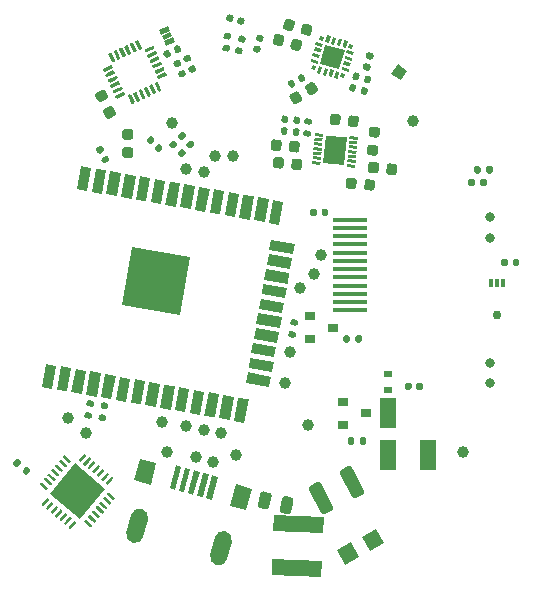
<source format=gbs>
G04 #@! TF.GenerationSoftware,KiCad,Pcbnew,5.1.7-a382d34a8~88~ubuntu18.04.1*
G04 #@! TF.CreationDate,2021-05-20T00:29:44+02:00*
G04 #@! TF.ProjectId,Emersense_V1,456d6572-7365-46e7-9365-5f56312e6b69,rev?*
G04 #@! TF.SameCoordinates,Original*
G04 #@! TF.FileFunction,Soldermask,Bot*
G04 #@! TF.FilePolarity,Negative*
%FSLAX46Y46*%
G04 Gerber Fmt 4.6, Leading zero omitted, Abs format (unit mm)*
G04 Created by KiCad (PCBNEW 5.1.7-a382d34a8~88~ubuntu18.04.1) date 2021-05-20 00:29:44*
%MOMM*%
%LPD*%
G01*
G04 APERTURE LIST*
%ADD10C,0.800000*%
%ADD11C,1.000000*%
%ADD12R,0.700000X0.600000*%
%ADD13C,0.100000*%
%ADD14R,0.900000X0.800000*%
%ADD15R,3.000000X0.350000*%
%ADD16R,1.400000X2.500000*%
%ADD17R,0.400000X0.800000*%
%ADD18C,0.750000*%
G04 APERTURE END LIST*
D10*
X150119080Y-88315800D03*
X150119080Y-90030300D03*
D11*
X126695200Y-109016800D03*
X125222000Y-108610400D03*
X122732800Y-108153200D03*
X128625600Y-108458000D03*
X133197600Y-99669600D03*
X122377200Y-105664000D03*
X135788400Y-91463400D03*
X132740400Y-102362000D03*
X127365616Y-106537935D03*
X125864769Y-106273295D03*
X124363922Y-106008656D03*
X135178800Y-93116400D03*
X134010400Y-94284800D03*
X114364450Y-105278334D03*
X115873941Y-106544947D03*
D12*
X141478000Y-102935000D03*
X141478000Y-101535000D03*
D11*
X126873000Y-83121500D03*
X128397000Y-83121500D03*
X125921115Y-84493156D03*
X124416329Y-84227821D03*
X134683500Y-105918000D03*
G36*
G01*
X121071891Y-81688307D02*
X121312307Y-81447891D01*
G75*
G02*
X121510297Y-81447891I98995J-98995D01*
G01*
X121708287Y-81645881D01*
G75*
G02*
X121708287Y-81843871I-98995J-98995D01*
G01*
X121467871Y-82084287D01*
G75*
G02*
X121269881Y-82084287I-98995J98995D01*
G01*
X121071891Y-81886297D01*
G75*
G02*
X121071891Y-81688307I98995J98995D01*
G01*
G37*
G36*
G01*
X121750713Y-82367129D02*
X121991129Y-82126713D01*
G75*
G02*
X122189119Y-82126713I98995J-98995D01*
G01*
X122387109Y-82324703D01*
G75*
G02*
X122387109Y-82522693I-98995J-98995D01*
G01*
X122146693Y-82763109D01*
G75*
G02*
X121948703Y-82763109I-98995J98995D01*
G01*
X121750713Y-82565119D01*
G75*
G02*
X121750713Y-82367129I98995J98995D01*
G01*
G37*
G36*
G01*
X119693500Y-83280000D02*
X119193500Y-83280000D01*
G75*
G02*
X118968500Y-83055000I0J225000D01*
G01*
X118968500Y-82605000D01*
G75*
G02*
X119193500Y-82380000I225000J0D01*
G01*
X119693500Y-82380000D01*
G75*
G02*
X119918500Y-82605000I0J-225000D01*
G01*
X119918500Y-83055000D01*
G75*
G02*
X119693500Y-83280000I-225000J0D01*
G01*
G37*
G36*
G01*
X119693500Y-81730000D02*
X119193500Y-81730000D01*
G75*
G02*
X118968500Y-81505000I0J225000D01*
G01*
X118968500Y-81055000D01*
G75*
G02*
X119193500Y-80830000I225000J0D01*
G01*
X119693500Y-80830000D01*
G75*
G02*
X119918500Y-81055000I0J-225000D01*
G01*
X119918500Y-81505000D01*
G75*
G02*
X119693500Y-81730000I-225000J0D01*
G01*
G37*
G36*
G01*
X117848894Y-83574232D02*
X117554446Y-83744232D01*
G75*
G02*
X117363202Y-83692988I-70000J121244D01*
G01*
X117223202Y-83450500D01*
G75*
G02*
X117274446Y-83259256I121244J70000D01*
G01*
X117568894Y-83089256D01*
G75*
G02*
X117760138Y-83140500I70000J-121244D01*
G01*
X117900138Y-83382988D01*
G75*
G02*
X117848894Y-83574232I-121244J-70000D01*
G01*
G37*
G36*
G01*
X117368894Y-82742848D02*
X117074446Y-82912848D01*
G75*
G02*
X116883202Y-82861604I-70000J121244D01*
G01*
X116743202Y-82619116D01*
G75*
G02*
X116794446Y-82427872I121244J70000D01*
G01*
X117088894Y-82257872D01*
G75*
G02*
X117280138Y-82309116I70000J-121244D01*
G01*
X117420138Y-82551604D01*
G75*
G02*
X117368894Y-82742848I-121244J-70000D01*
G01*
G37*
D13*
G36*
X131678466Y-117201213D02*
G01*
X135874469Y-117384414D01*
X135813402Y-118783081D01*
X131617399Y-118599880D01*
X131678466Y-117201213D01*
G37*
G36*
X131841332Y-113470966D02*
G01*
X136037335Y-113654167D01*
X135976268Y-115052834D01*
X131780265Y-114869633D01*
X131841332Y-113470966D01*
G37*
G36*
X139926839Y-116582683D02*
G01*
X139258817Y-115352339D01*
X140489161Y-114684317D01*
X141157183Y-115914661D01*
X139926839Y-116582683D01*
G37*
G36*
X137806253Y-117734067D02*
G01*
X137138231Y-116503723D01*
X138368575Y-115835701D01*
X139036597Y-117066045D01*
X137806253Y-117734067D01*
G37*
G36*
G01*
X135811211Y-113334677D02*
X134795363Y-111383251D01*
G75*
G02*
X134901678Y-111046062I221752J115437D01*
G01*
X135478236Y-110745924D01*
G75*
G02*
X135815425Y-110852239I115437J-221752D01*
G01*
X136831273Y-112803665D01*
G75*
G02*
X136724958Y-113140854I-221752J-115437D01*
G01*
X136148400Y-113440992D01*
G75*
G02*
X135811211Y-113334677I-115437J221752D01*
G01*
G37*
G36*
G01*
X138427893Y-111972519D02*
X137412045Y-110021093D01*
G75*
G02*
X137518360Y-109683904I221752J115437D01*
G01*
X138094918Y-109383766D01*
G75*
G02*
X138432107Y-109490081I115437J-221752D01*
G01*
X139447955Y-111441507D01*
G75*
G02*
X139341640Y-111778696I-221752J-115437D01*
G01*
X138765082Y-112078834D01*
G75*
G02*
X138427893Y-111972519I-115437J221752D01*
G01*
G37*
G36*
G01*
X130447643Y-112623521D02*
X130653261Y-111696039D01*
G75*
G02*
X130951445Y-111506075I244074J-54110D01*
G01*
X131439593Y-111614295D01*
G75*
G02*
X131629557Y-111912479I-54110J-244074D01*
G01*
X131423939Y-112839961D01*
G75*
G02*
X131125755Y-113029925I-244074J54110D01*
G01*
X130637607Y-112921705D01*
G75*
G02*
X130447643Y-112623521I54110J244074D01*
G01*
G37*
G36*
G01*
X132302605Y-113034757D02*
X132508223Y-112107275D01*
G75*
G02*
X132806407Y-111917311I244074J-54110D01*
G01*
X133294555Y-112025531D01*
G75*
G02*
X133484519Y-112323715I-54110J-244074D01*
G01*
X133278901Y-113251197D01*
G75*
G02*
X132980717Y-113441161I-244074J54110D01*
G01*
X132492569Y-113332941D01*
G75*
G02*
X132302605Y-113034757I54110J244074D01*
G01*
G37*
G36*
X119803111Y-90811015D02*
G01*
X124727150Y-91679256D01*
X123858909Y-96603295D01*
X118934870Y-95735054D01*
X119803111Y-90811015D01*
G37*
G36*
X115477799Y-83955786D02*
G01*
X116364126Y-84112069D01*
X116016829Y-86081684D01*
X115130502Y-85925401D01*
X115477799Y-83955786D01*
G37*
G36*
X116728504Y-84176320D02*
G01*
X117614831Y-84332603D01*
X117267534Y-86302218D01*
X116381207Y-86145935D01*
X116728504Y-84176320D01*
G37*
G36*
X117979210Y-84396853D02*
G01*
X118865537Y-84553136D01*
X118518240Y-86522751D01*
X117631913Y-86366468D01*
X117979210Y-84396853D01*
G37*
G36*
X119229916Y-84617386D02*
G01*
X120116243Y-84773669D01*
X119768946Y-86743284D01*
X118882619Y-86587001D01*
X119229916Y-84617386D01*
G37*
G36*
X120480622Y-84837919D02*
G01*
X121366949Y-84994202D01*
X121019652Y-86963817D01*
X120133325Y-86807534D01*
X120480622Y-84837919D01*
G37*
G36*
X121731328Y-85058452D02*
G01*
X122617655Y-85214735D01*
X122270358Y-87184350D01*
X121384031Y-87028067D01*
X121731328Y-85058452D01*
G37*
G36*
X122982034Y-85278986D02*
G01*
X123868361Y-85435269D01*
X123521064Y-87404884D01*
X122634737Y-87248601D01*
X122982034Y-85278986D01*
G37*
G36*
X124232739Y-85499519D02*
G01*
X125119066Y-85655802D01*
X124771769Y-87625417D01*
X123885442Y-87469134D01*
X124232739Y-85499519D01*
G37*
G36*
X125483445Y-85720052D02*
G01*
X126369772Y-85876335D01*
X126022475Y-87845950D01*
X125136148Y-87689667D01*
X125483445Y-85720052D01*
G37*
G36*
X126734151Y-85940585D02*
G01*
X127620478Y-86096868D01*
X127273181Y-88066483D01*
X126386854Y-87910200D01*
X126734151Y-85940585D01*
G37*
G36*
X127984857Y-86161118D02*
G01*
X128871184Y-86317401D01*
X128523887Y-88287016D01*
X127637560Y-88130733D01*
X127984857Y-86161118D01*
G37*
G36*
X129235563Y-86381651D02*
G01*
X130121890Y-86537934D01*
X129774593Y-88507549D01*
X128888266Y-88351266D01*
X129235563Y-86381651D01*
G37*
G36*
X130486269Y-86602185D02*
G01*
X131372596Y-86758468D01*
X131025299Y-88728083D01*
X130138972Y-88571800D01*
X130486269Y-86602185D01*
G37*
G36*
X131736975Y-86822718D02*
G01*
X132623302Y-86979001D01*
X132276005Y-88948616D01*
X131389678Y-88792333D01*
X131736975Y-86822718D01*
G37*
G36*
X133570636Y-90532490D02*
G01*
X133414353Y-91418817D01*
X131444738Y-91071520D01*
X131601021Y-90185193D01*
X133570636Y-90532490D01*
G37*
G36*
X133350103Y-91783195D02*
G01*
X133193820Y-92669522D01*
X131224205Y-92322225D01*
X131380488Y-91435898D01*
X133350103Y-91783195D01*
G37*
G36*
X133129570Y-93033901D02*
G01*
X132973287Y-93920228D01*
X131003672Y-93572931D01*
X131159955Y-92686604D01*
X133129570Y-93033901D01*
G37*
G36*
X132909037Y-94284607D02*
G01*
X132752754Y-95170934D01*
X130783139Y-94823637D01*
X130939422Y-93937310D01*
X132909037Y-94284607D01*
G37*
G36*
X132688503Y-95535313D02*
G01*
X132532220Y-96421640D01*
X130562605Y-96074343D01*
X130718888Y-95188016D01*
X132688503Y-95535313D01*
G37*
G36*
X132467970Y-96786019D02*
G01*
X132311687Y-97672346D01*
X130342072Y-97325049D01*
X130498355Y-96438722D01*
X132467970Y-96786019D01*
G37*
G36*
X132247437Y-98036725D02*
G01*
X132091154Y-98923052D01*
X130121539Y-98575755D01*
X130277822Y-97689428D01*
X132247437Y-98036725D01*
G37*
G36*
X132026904Y-99287431D02*
G01*
X131870621Y-100173758D01*
X129901006Y-99826461D01*
X130057289Y-98940134D01*
X132026904Y-99287431D01*
G37*
G36*
X131806371Y-100538136D02*
G01*
X131650088Y-101424463D01*
X129680473Y-101077166D01*
X129836756Y-100190839D01*
X131806371Y-100538136D01*
G37*
G36*
X131585837Y-101788842D02*
G01*
X131429554Y-102675169D01*
X129459939Y-102327872D01*
X129616222Y-101441545D01*
X131585837Y-101788842D01*
G37*
G36*
X128784955Y-103564450D02*
G01*
X129671282Y-103720733D01*
X129323985Y-105690348D01*
X128437658Y-105534065D01*
X128784955Y-103564450D01*
G37*
G36*
X127534250Y-103343916D02*
G01*
X128420577Y-103500199D01*
X128073280Y-105469814D01*
X127186953Y-105313531D01*
X127534250Y-103343916D01*
G37*
G36*
X126283544Y-103123383D02*
G01*
X127169871Y-103279666D01*
X126822574Y-105249281D01*
X125936247Y-105092998D01*
X126283544Y-103123383D01*
G37*
G36*
X125032838Y-102902850D02*
G01*
X125919165Y-103059133D01*
X125571868Y-105028748D01*
X124685541Y-104872465D01*
X125032838Y-102902850D01*
G37*
G36*
X123782132Y-102682317D02*
G01*
X124668459Y-102838600D01*
X124321162Y-104808215D01*
X123434835Y-104651932D01*
X123782132Y-102682317D01*
G37*
G36*
X122531426Y-102461784D02*
G01*
X123417753Y-102618067D01*
X123070456Y-104587682D01*
X122184129Y-104431399D01*
X122531426Y-102461784D01*
G37*
G36*
X121280720Y-102241250D02*
G01*
X122167047Y-102397533D01*
X121819750Y-104367148D01*
X120933423Y-104210865D01*
X121280720Y-102241250D01*
G37*
G36*
X120030015Y-102020717D02*
G01*
X120916342Y-102177000D01*
X120569045Y-104146615D01*
X119682718Y-103990332D01*
X120030015Y-102020717D01*
G37*
G36*
X118779309Y-101800184D02*
G01*
X119665636Y-101956467D01*
X119318339Y-103926082D01*
X118432012Y-103769799D01*
X118779309Y-101800184D01*
G37*
G36*
X117528603Y-101579651D02*
G01*
X118414930Y-101735934D01*
X118067633Y-103705549D01*
X117181306Y-103549266D01*
X117528603Y-101579651D01*
G37*
G36*
X116277897Y-101359118D02*
G01*
X117164224Y-101515401D01*
X116816927Y-103485016D01*
X115930600Y-103328733D01*
X116277897Y-101359118D01*
G37*
G36*
X115027191Y-101138585D02*
G01*
X115913518Y-101294868D01*
X115566221Y-103264483D01*
X114679894Y-103108200D01*
X115027191Y-101138585D01*
G37*
G36*
X113776485Y-100918051D02*
G01*
X114662812Y-101074334D01*
X114315515Y-103043949D01*
X113429188Y-102887666D01*
X113776485Y-100918051D01*
G37*
G36*
X112525779Y-100697518D02*
G01*
X113412106Y-100853801D01*
X113064809Y-102823416D01*
X112178482Y-102667133D01*
X112525779Y-100697518D01*
G37*
G36*
G01*
X134898800Y-88054000D02*
X134898800Y-87714000D01*
G75*
G02*
X135038800Y-87574000I140000J0D01*
G01*
X135318800Y-87574000D01*
G75*
G02*
X135458800Y-87714000I0J-140000D01*
G01*
X135458800Y-88054000D01*
G75*
G02*
X135318800Y-88194000I-140000J0D01*
G01*
X135038800Y-88194000D01*
G75*
G02*
X134898800Y-88054000I0J140000D01*
G01*
G37*
G36*
G01*
X135858800Y-88054000D02*
X135858800Y-87714000D01*
G75*
G02*
X135998800Y-87574000I140000J0D01*
G01*
X136278800Y-87574000D01*
G75*
G02*
X136418800Y-87714000I0J-140000D01*
G01*
X136418800Y-88054000D01*
G75*
G02*
X136278800Y-88194000I-140000J0D01*
G01*
X135998800Y-88194000D01*
G75*
G02*
X135858800Y-88054000I0J140000D01*
G01*
G37*
D11*
X147828000Y-108153200D03*
X143560800Y-80162400D03*
X123190000Y-80314800D03*
G36*
G01*
X148265200Y-85529000D02*
X148265200Y-85159000D01*
G75*
G02*
X148400200Y-85024000I135000J0D01*
G01*
X148670200Y-85024000D01*
G75*
G02*
X148805200Y-85159000I0J-135000D01*
G01*
X148805200Y-85529000D01*
G75*
G02*
X148670200Y-85664000I-135000J0D01*
G01*
X148400200Y-85664000D01*
G75*
G02*
X148265200Y-85529000I0J135000D01*
G01*
G37*
G36*
G01*
X149285200Y-85529000D02*
X149285200Y-85159000D01*
G75*
G02*
X149420200Y-85024000I135000J0D01*
G01*
X149690200Y-85024000D01*
G75*
G02*
X149825200Y-85159000I0J-135000D01*
G01*
X149825200Y-85529000D01*
G75*
G02*
X149690200Y-85664000I-135000J0D01*
G01*
X149420200Y-85664000D01*
G75*
G02*
X149285200Y-85529000I0J135000D01*
G01*
G37*
G36*
G01*
X148775200Y-84462200D02*
X148775200Y-84092200D01*
G75*
G02*
X148910200Y-83957200I135000J0D01*
G01*
X149180200Y-83957200D01*
G75*
G02*
X149315200Y-84092200I0J-135000D01*
G01*
X149315200Y-84462200D01*
G75*
G02*
X149180200Y-84597200I-135000J0D01*
G01*
X148910200Y-84597200D01*
G75*
G02*
X148775200Y-84462200I0J135000D01*
G01*
G37*
G36*
G01*
X149795200Y-84462200D02*
X149795200Y-84092200D01*
G75*
G02*
X149930200Y-83957200I135000J0D01*
G01*
X150200200Y-83957200D01*
G75*
G02*
X150335200Y-84092200I0J-135000D01*
G01*
X150335200Y-84462200D01*
G75*
G02*
X150200200Y-84597200I-135000J0D01*
G01*
X149930200Y-84597200D01*
G75*
G02*
X149795200Y-84462200I0J135000D01*
G01*
G37*
G36*
G01*
X133498004Y-98507123D02*
X133133625Y-98442873D01*
G75*
G02*
X133024119Y-98286481I23443J132949D01*
G01*
X133071004Y-98020583D01*
G75*
G02*
X133227396Y-97911077I132949J-23443D01*
G01*
X133591775Y-97975327D01*
G75*
G02*
X133701281Y-98131719I-23443J-132949D01*
G01*
X133654396Y-98397617D01*
G75*
G02*
X133498004Y-98507123I-132949J23443D01*
G01*
G37*
G36*
G01*
X133675126Y-97502619D02*
X133310747Y-97438369D01*
G75*
G02*
X133201241Y-97281977I23443J132949D01*
G01*
X133248126Y-97016079D01*
G75*
G02*
X133404518Y-96906573I132949J-23443D01*
G01*
X133768897Y-96970823D01*
G75*
G02*
X133878403Y-97127215I-23443J-132949D01*
G01*
X133831518Y-97393113D01*
G75*
G02*
X133675126Y-97502619I-132949J23443D01*
G01*
G37*
G36*
G01*
X139260800Y-98417800D02*
X139260800Y-98787800D01*
G75*
G02*
X139125800Y-98922800I-135000J0D01*
G01*
X138855800Y-98922800D01*
G75*
G02*
X138720800Y-98787800I0J135000D01*
G01*
X138720800Y-98417800D01*
G75*
G02*
X138855800Y-98282800I135000J0D01*
G01*
X139125800Y-98282800D01*
G75*
G02*
X139260800Y-98417800I0J-135000D01*
G01*
G37*
G36*
G01*
X138240800Y-98417800D02*
X138240800Y-98787800D01*
G75*
G02*
X138105800Y-98922800I-135000J0D01*
G01*
X137835800Y-98922800D01*
G75*
G02*
X137700800Y-98787800I0J135000D01*
G01*
X137700800Y-98417800D01*
G75*
G02*
X137835800Y-98282800I135000J0D01*
G01*
X138105800Y-98282800D01*
G75*
G02*
X138240800Y-98417800I0J-135000D01*
G01*
G37*
D14*
X136839200Y-97637600D03*
X134839200Y-96687600D03*
X134839200Y-98587600D03*
D15*
X138239500Y-95478600D03*
X138239500Y-94780100D03*
X138239500Y-93383100D03*
X138239500Y-96177100D03*
X138239500Y-94081600D03*
X138239500Y-92684600D03*
X138239500Y-91287600D03*
X138239500Y-91986100D03*
X138239500Y-90589100D03*
X138239500Y-89890600D03*
X138239500Y-89192100D03*
X138239500Y-88493600D03*
G36*
G01*
X144432500Y-102446000D02*
X144432500Y-102786000D01*
G75*
G02*
X144292500Y-102926000I-140000J0D01*
G01*
X144012500Y-102926000D01*
G75*
G02*
X143872500Y-102786000I0J140000D01*
G01*
X143872500Y-102446000D01*
G75*
G02*
X144012500Y-102306000I140000J0D01*
G01*
X144292500Y-102306000D01*
G75*
G02*
X144432500Y-102446000I0J-140000D01*
G01*
G37*
G36*
G01*
X143472500Y-102446000D02*
X143472500Y-102786000D01*
G75*
G02*
X143332500Y-102926000I-140000J0D01*
G01*
X143052500Y-102926000D01*
G75*
G02*
X142912500Y-102786000I0J140000D01*
G01*
X142912500Y-102446000D01*
G75*
G02*
X143052500Y-102306000I140000J0D01*
G01*
X143332500Y-102306000D01*
G75*
G02*
X143472500Y-102446000I0J-140000D01*
G01*
G37*
G36*
G01*
X138096500Y-107436500D02*
X138096500Y-107066500D01*
G75*
G02*
X138231500Y-106931500I135000J0D01*
G01*
X138501500Y-106931500D01*
G75*
G02*
X138636500Y-107066500I0J-135000D01*
G01*
X138636500Y-107436500D01*
G75*
G02*
X138501500Y-107571500I-135000J0D01*
G01*
X138231500Y-107571500D01*
G75*
G02*
X138096500Y-107436500I0J135000D01*
G01*
G37*
G36*
G01*
X139116500Y-107436500D02*
X139116500Y-107066500D01*
G75*
G02*
X139251500Y-106931500I135000J0D01*
G01*
X139521500Y-106931500D01*
G75*
G02*
X139656500Y-107066500I0J-135000D01*
G01*
X139656500Y-107436500D01*
G75*
G02*
X139521500Y-107571500I-135000J0D01*
G01*
X139251500Y-107571500D01*
G75*
G02*
X139116500Y-107436500I0J135000D01*
G01*
G37*
D14*
X139636500Y-104902000D03*
X137636500Y-103952000D03*
X137636500Y-105852000D03*
D16*
X141478000Y-104902000D03*
X141478000Y-108458000D03*
X144907000Y-108458000D03*
D13*
G36*
X135989838Y-81215710D02*
G01*
X135968049Y-81464759D01*
X135270712Y-81403750D01*
X135292501Y-81154701D01*
X135989838Y-81215710D01*
G37*
G36*
X135954975Y-81614188D02*
G01*
X135933186Y-81863237D01*
X135235849Y-81802228D01*
X135257638Y-81553179D01*
X135954975Y-81614188D01*
G37*
G36*
X135920113Y-82012665D02*
G01*
X135898324Y-82261714D01*
X135200987Y-82200705D01*
X135222776Y-81951656D01*
X135920113Y-82012665D01*
G37*
G36*
X135885251Y-82411143D02*
G01*
X135863462Y-82660192D01*
X135166125Y-82599183D01*
X135187914Y-82350134D01*
X135885251Y-82411143D01*
G37*
G36*
X135850389Y-82809621D02*
G01*
X135828600Y-83058670D01*
X135131263Y-82997661D01*
X135153052Y-82748612D01*
X135850389Y-82809621D01*
G37*
G36*
X135815526Y-83208099D02*
G01*
X135793737Y-83457148D01*
X135096400Y-83396139D01*
X135118189Y-83147090D01*
X135815526Y-83208099D01*
G37*
G36*
X138754301Y-83465208D02*
G01*
X138732512Y-83714257D01*
X138035175Y-83653248D01*
X138056964Y-83404199D01*
X138754301Y-83465208D01*
G37*
G36*
X138789163Y-83066731D02*
G01*
X138767374Y-83315780D01*
X138070037Y-83254771D01*
X138091826Y-83005722D01*
X138789163Y-83066731D01*
G37*
G36*
X138824025Y-82668253D02*
G01*
X138802236Y-82917302D01*
X138104899Y-82856293D01*
X138126688Y-82607244D01*
X138824025Y-82668253D01*
G37*
G36*
X138858887Y-82269775D02*
G01*
X138837098Y-82518824D01*
X138139761Y-82457815D01*
X138161550Y-82208766D01*
X138858887Y-82269775D01*
G37*
G36*
X138893750Y-81871297D02*
G01*
X138871961Y-82120346D01*
X138174624Y-82059337D01*
X138196413Y-81810288D01*
X138893750Y-81871297D01*
G37*
G36*
X138928612Y-81472819D02*
G01*
X138906823Y-81721868D01*
X138209486Y-81660859D01*
X138231275Y-81411810D01*
X138928612Y-81472819D01*
G37*
G36*
X138719438Y-83863686D02*
G01*
X138697649Y-84112735D01*
X138000312Y-84051726D01*
X138022101Y-83802677D01*
X138719438Y-83863686D01*
G37*
G36*
X135780664Y-83606577D02*
G01*
X135758875Y-83855626D01*
X135061538Y-83794617D01*
X135083327Y-83545568D01*
X135780664Y-83606577D01*
G37*
G36*
X137984096Y-81540758D02*
G01*
X137779280Y-83881815D01*
X136006054Y-83726678D01*
X136210870Y-81385621D01*
X137984096Y-81540758D01*
G37*
G36*
G01*
X139782319Y-84306572D02*
X139825897Y-83808474D01*
G75*
G02*
X140069651Y-83603940I224144J-19610D01*
G01*
X140517939Y-83643160D01*
G75*
G02*
X140722473Y-83886914I-19610J-224144D01*
G01*
X140678895Y-84385012D01*
G75*
G02*
X140435141Y-84589546I-224144J19610D01*
G01*
X139986853Y-84550326D01*
G75*
G02*
X139782319Y-84306572I19610J224144D01*
G01*
G37*
G36*
G01*
X141326421Y-84441664D02*
X141369999Y-83943566D01*
G75*
G02*
X141613753Y-83739032I224144J-19610D01*
G01*
X142062041Y-83778252D01*
G75*
G02*
X142266575Y-84022006I-19610J-224144D01*
G01*
X142222997Y-84520104D01*
G75*
G02*
X141979243Y-84724638I-224144J19610D01*
G01*
X141530955Y-84685418D01*
G75*
G02*
X141326421Y-84441664I19610J224144D01*
G01*
G37*
G36*
G01*
X127709185Y-72689045D02*
X128077777Y-72721293D01*
G75*
G02*
X128200497Y-72867545I-11766J-134486D01*
G01*
X128176965Y-73136517D01*
G75*
G02*
X128030713Y-73259237I-134486J11766D01*
G01*
X127662121Y-73226989D01*
G75*
G02*
X127539401Y-73080737I11766J134486D01*
G01*
X127562933Y-72811765D01*
G75*
G02*
X127709185Y-72689045I134486J-11766D01*
G01*
G37*
G36*
G01*
X127620287Y-73705163D02*
X127988879Y-73737411D01*
G75*
G02*
X128111599Y-73883663I-11766J-134486D01*
G01*
X128088067Y-74152635D01*
G75*
G02*
X127941815Y-74275355I-134486J11766D01*
G01*
X127573223Y-74243107D01*
G75*
G02*
X127450503Y-74096855I11766J134486D01*
G01*
X127474035Y-73827883D01*
G75*
G02*
X127620287Y-73705163I134486J-11766D01*
G01*
G37*
G36*
G01*
X128999385Y-72906818D02*
X129356778Y-73002582D01*
G75*
G02*
X129452237Y-73167923I-34941J-130400D01*
G01*
X129382356Y-73428723D01*
G75*
G02*
X129217015Y-73524182I-130400J34941D01*
G01*
X128859622Y-73428418D01*
G75*
G02*
X128764163Y-73263077I34941J130400D01*
G01*
X128834044Y-73002277D01*
G75*
G02*
X128999385Y-72906818I130400J-34941D01*
G01*
G37*
G36*
G01*
X128735389Y-73892062D02*
X129092782Y-73987826D01*
G75*
G02*
X129188241Y-74153167I-34941J-130400D01*
G01*
X129118360Y-74413967D01*
G75*
G02*
X128953019Y-74509426I-130400J34941D01*
G01*
X128595626Y-74413662D01*
G75*
G02*
X128500167Y-74248321I34941J130400D01*
G01*
X128570048Y-73987521D01*
G75*
G02*
X128735389Y-73892062I130400J-34941D01*
G01*
G37*
G36*
G01*
X127783997Y-71532005D02*
X127871996Y-71203590D01*
G75*
G02*
X128043461Y-71104595I135230J-36235D01*
G01*
X128313920Y-71177064D01*
G75*
G02*
X128412915Y-71348529I-36235J-135230D01*
G01*
X128324916Y-71676944D01*
G75*
G02*
X128153451Y-71775939I-135230J36235D01*
G01*
X127882992Y-71703470D01*
G75*
G02*
X127783997Y-71532005I36235J135230D01*
G01*
G37*
G36*
G01*
X128711285Y-71780471D02*
X128799284Y-71452056D01*
G75*
G02*
X128970749Y-71353061I135230J-36235D01*
G01*
X129241208Y-71425530D01*
G75*
G02*
X129340203Y-71596995I-36235J-135230D01*
G01*
X129252204Y-71925410D01*
G75*
G02*
X129080739Y-72024405I-135230J36235D01*
G01*
X128810280Y-71951936D01*
G75*
G02*
X128711285Y-71780471I36235J135230D01*
G01*
G37*
G36*
G01*
X130462772Y-74381047D02*
X130134357Y-74293048D01*
G75*
G02*
X130035362Y-74121583I36235J135230D01*
G01*
X130107831Y-73851124D01*
G75*
G02*
X130279296Y-73752129I135230J-36235D01*
G01*
X130607711Y-73840128D01*
G75*
G02*
X130706706Y-74011593I-36235J-135230D01*
G01*
X130634237Y-74282052D01*
G75*
G02*
X130462772Y-74381047I-135230J36235D01*
G01*
G37*
G36*
G01*
X130711238Y-73453759D02*
X130382823Y-73365760D01*
G75*
G02*
X130283828Y-73194295I36235J135230D01*
G01*
X130356297Y-72923836D01*
G75*
G02*
X130527762Y-72824841I135230J-36235D01*
G01*
X130856177Y-72912840D01*
G75*
G02*
X130955172Y-73084305I-36235J-135230D01*
G01*
X130882703Y-73354764D01*
G75*
G02*
X130711238Y-73453759I-135230J36235D01*
G01*
G37*
G36*
G01*
X140387528Y-85351630D02*
X140343950Y-85849728D01*
G75*
G02*
X140100196Y-86054262I-224144J19610D01*
G01*
X139651908Y-86015042D01*
G75*
G02*
X139447374Y-85771288I19610J224144D01*
G01*
X139490952Y-85273190D01*
G75*
G02*
X139734706Y-85068656I224144J-19610D01*
G01*
X140182994Y-85107876D01*
G75*
G02*
X140387528Y-85351630I-19610J-224144D01*
G01*
G37*
G36*
G01*
X138843426Y-85216538D02*
X138799848Y-85714636D01*
G75*
G02*
X138556094Y-85919170I-224144J19610D01*
G01*
X138107806Y-85879950D01*
G75*
G02*
X137903272Y-85636196I19610J224144D01*
G01*
X137946850Y-85138098D01*
G75*
G02*
X138190604Y-84933564I224144J-19610D01*
G01*
X138638892Y-84972784D01*
G75*
G02*
X138843426Y-85216538I-19610J-224144D01*
G01*
G37*
G36*
G01*
X132458523Y-80163107D02*
X132490771Y-79794515D01*
G75*
G02*
X132637023Y-79671795I134486J-11766D01*
G01*
X132905995Y-79695327D01*
G75*
G02*
X133028715Y-79841579I-11766J-134486D01*
G01*
X132996467Y-80210171D01*
G75*
G02*
X132850215Y-80332891I-134486J11766D01*
G01*
X132581243Y-80309359D01*
G75*
G02*
X132458523Y-80163107I11766J134486D01*
G01*
G37*
G36*
G01*
X133474641Y-80252005D02*
X133506889Y-79883413D01*
G75*
G02*
X133653141Y-79760693I134486J-11766D01*
G01*
X133922113Y-79784225D01*
G75*
G02*
X134044833Y-79930477I-11766J-134486D01*
G01*
X134012585Y-80299069D01*
G75*
G02*
X133866333Y-80421789I-134486J11766D01*
G01*
X133597361Y-80398257D01*
G75*
G02*
X133474641Y-80252005I11766J134486D01*
G01*
G37*
G36*
G01*
X134787464Y-81494209D02*
X134418872Y-81461961D01*
G75*
G02*
X134296152Y-81315709I11766J134486D01*
G01*
X134319684Y-81046737D01*
G75*
G02*
X134465936Y-80924017I134486J-11766D01*
G01*
X134834528Y-80956265D01*
G75*
G02*
X134957248Y-81102517I-11766J-134486D01*
G01*
X134933716Y-81371489D01*
G75*
G02*
X134787464Y-81494209I-134486J11766D01*
G01*
G37*
G36*
G01*
X134876362Y-80478091D02*
X134507770Y-80445843D01*
G75*
G02*
X134385050Y-80299591I11766J134486D01*
G01*
X134408582Y-80030619D01*
G75*
G02*
X134554834Y-79907899I134486J-11766D01*
G01*
X134923426Y-79940147D01*
G75*
G02*
X135046146Y-80086399I-11766J-134486D01*
G01*
X135022614Y-80355371D01*
G75*
G02*
X134876362Y-80478091I-134486J11766D01*
G01*
G37*
G36*
G01*
X132422158Y-81156034D02*
X132454406Y-80787442D01*
G75*
G02*
X132600658Y-80664722I134486J-11766D01*
G01*
X132869630Y-80688254D01*
G75*
G02*
X132992350Y-80834506I-11766J-134486D01*
G01*
X132960102Y-81203098D01*
G75*
G02*
X132813850Y-81325818I-134486J11766D01*
G01*
X132544878Y-81302286D01*
G75*
G02*
X132422158Y-81156034I11766J134486D01*
G01*
G37*
G36*
G01*
X133438276Y-81244932D02*
X133470524Y-80876340D01*
G75*
G02*
X133616776Y-80753620I134486J-11766D01*
G01*
X133885748Y-80777152D01*
G75*
G02*
X134008468Y-80923404I-11766J-134486D01*
G01*
X133976220Y-81291996D01*
G75*
G02*
X133829968Y-81414716I-134486J11766D01*
G01*
X133560996Y-81391184D01*
G75*
G02*
X133438276Y-81244932I11766J134486D01*
G01*
G37*
G36*
G01*
X134221179Y-83618263D02*
X134177601Y-84116361D01*
G75*
G02*
X133933847Y-84320895I-224144J19610D01*
G01*
X133485559Y-84281675D01*
G75*
G02*
X133281025Y-84037921I19610J224144D01*
G01*
X133324603Y-83539823D01*
G75*
G02*
X133568357Y-83335289I224144J-19610D01*
G01*
X134016645Y-83374509D01*
G75*
G02*
X134221179Y-83618263I-19610J-224144D01*
G01*
G37*
G36*
G01*
X132677077Y-83483171D02*
X132633499Y-83981269D01*
G75*
G02*
X132389745Y-84185803I-224144J19610D01*
G01*
X131941457Y-84146583D01*
G75*
G02*
X131736923Y-83902829I19610J224144D01*
G01*
X131780501Y-83404731D01*
G75*
G02*
X132024255Y-83200197I224144J-19610D01*
G01*
X132472543Y-83239417D01*
G75*
G02*
X132677077Y-83483171I-19610J-224144D01*
G01*
G37*
G36*
G01*
X139023833Y-79957007D02*
X138980255Y-80455105D01*
G75*
G02*
X138736501Y-80659639I-224144J19610D01*
G01*
X138288213Y-80620419D01*
G75*
G02*
X138083679Y-80376665I19610J224144D01*
G01*
X138127257Y-79878567D01*
G75*
G02*
X138371011Y-79674033I224144J-19610D01*
G01*
X138819299Y-79713253D01*
G75*
G02*
X139023833Y-79957007I-19610J-224144D01*
G01*
G37*
G36*
G01*
X137479731Y-79821915D02*
X137436153Y-80320013D01*
G75*
G02*
X137192399Y-80524547I-224144J19610D01*
G01*
X136744111Y-80485327D01*
G75*
G02*
X136539577Y-80241573I19610J224144D01*
G01*
X136583155Y-79743475D01*
G75*
G02*
X136826909Y-79538941I224144J-19610D01*
G01*
X137275197Y-79578161D01*
G75*
G02*
X137479731Y-79821915I-19610J-224144D01*
G01*
G37*
G36*
G01*
X140392173Y-83105411D02*
X139894075Y-83061833D01*
G75*
G02*
X139689541Y-82818079I19610J224144D01*
G01*
X139728761Y-82369791D01*
G75*
G02*
X139972515Y-82165257I224144J-19610D01*
G01*
X140470613Y-82208835D01*
G75*
G02*
X140675147Y-82452589I-19610J-224144D01*
G01*
X140635927Y-82900877D01*
G75*
G02*
X140392173Y-83105411I-224144J19610D01*
G01*
G37*
G36*
G01*
X140527265Y-81561309D02*
X140029167Y-81517731D01*
G75*
G02*
X139824633Y-81273977I19610J224144D01*
G01*
X139863853Y-80825689D01*
G75*
G02*
X140107607Y-80621155I224144J-19610D01*
G01*
X140605705Y-80664733D01*
G75*
G02*
X140810239Y-80908487I-19610J-224144D01*
G01*
X140771019Y-81356775D01*
G75*
G02*
X140527265Y-81561309I-224144J19610D01*
G01*
G37*
G36*
G01*
X134017979Y-82119663D02*
X133974401Y-82617761D01*
G75*
G02*
X133730647Y-82822295I-224144J19610D01*
G01*
X133282359Y-82783075D01*
G75*
G02*
X133077825Y-82539321I19610J224144D01*
G01*
X133121403Y-82041223D01*
G75*
G02*
X133365157Y-81836689I224144J-19610D01*
G01*
X133813445Y-81875909D01*
G75*
G02*
X134017979Y-82119663I-19610J-224144D01*
G01*
G37*
G36*
G01*
X132473877Y-81984571D02*
X132430299Y-82482669D01*
G75*
G02*
X132186545Y-82687203I-224144J19610D01*
G01*
X131738257Y-82647983D01*
G75*
G02*
X131533723Y-82404229I19610J224144D01*
G01*
X131577301Y-81906131D01*
G75*
G02*
X131821055Y-81701597I224144J-19610D01*
G01*
X132269343Y-81740817D01*
G75*
G02*
X132473877Y-81984571I-19610J-224144D01*
G01*
G37*
G36*
X122096298Y-72483963D02*
G01*
X122821344Y-72145868D01*
X122990392Y-72508391D01*
X122265346Y-72846486D01*
X122096298Y-72483963D01*
G37*
G36*
X122310988Y-72944367D02*
G01*
X123036034Y-72606272D01*
X123205082Y-72968795D01*
X122480036Y-73306890D01*
X122310988Y-72944367D01*
G37*
G36*
X122525678Y-73404771D02*
G01*
X123250724Y-73066676D01*
X123419772Y-73429199D01*
X122694726Y-73767294D01*
X122525678Y-73404771D01*
G37*
G36*
G01*
X117846051Y-74419712D02*
X117981997Y-74356319D01*
G75*
G02*
X118081666Y-74392596I31696J-67973D01*
G01*
X118377498Y-75027011D01*
G75*
G02*
X118341221Y-75126680I-67973J-31696D01*
G01*
X118205275Y-75190073D01*
G75*
G02*
X118105606Y-75153796I-31696J67973D01*
G01*
X117809774Y-74519381D01*
G75*
G02*
X117846051Y-74419712I67973J31696D01*
G01*
G37*
G36*
G01*
X118299205Y-74208403D02*
X118435151Y-74145010D01*
G75*
G02*
X118534820Y-74181287I31696J-67973D01*
G01*
X118830652Y-74815702D01*
G75*
G02*
X118794375Y-74915371I-67973J-31696D01*
G01*
X118658429Y-74978764D01*
G75*
G02*
X118558760Y-74942487I-31696J67973D01*
G01*
X118262928Y-74308072D01*
G75*
G02*
X118299205Y-74208403I67973J31696D01*
G01*
G37*
G36*
G01*
X118752358Y-73997093D02*
X118888304Y-73933700D01*
G75*
G02*
X118987973Y-73969977I31696J-67973D01*
G01*
X119283805Y-74604392D01*
G75*
G02*
X119247528Y-74704061I-67973J-31696D01*
G01*
X119111582Y-74767454D01*
G75*
G02*
X119011913Y-74731177I-31696J67973D01*
G01*
X118716081Y-74096762D01*
G75*
G02*
X118752358Y-73997093I67973J31696D01*
G01*
G37*
G36*
G01*
X119205512Y-73785784D02*
X119341458Y-73722391D01*
G75*
G02*
X119441127Y-73758668I31696J-67973D01*
G01*
X119736959Y-74393083D01*
G75*
G02*
X119700682Y-74492752I-67973J-31696D01*
G01*
X119564736Y-74556145D01*
G75*
G02*
X119465067Y-74519868I-31696J67973D01*
G01*
X119169235Y-73885453D01*
G75*
G02*
X119205512Y-73785784I67973J31696D01*
G01*
G37*
G36*
G01*
X119658666Y-73574475D02*
X119794612Y-73511082D01*
G75*
G02*
X119894281Y-73547359I31696J-67973D01*
G01*
X120190113Y-74181774D01*
G75*
G02*
X120153836Y-74281443I-67973J-31696D01*
G01*
X120017890Y-74344836D01*
G75*
G02*
X119918221Y-74308559I-31696J67973D01*
G01*
X119622389Y-73674144D01*
G75*
G02*
X119658666Y-73574475I67973J31696D01*
G01*
G37*
G36*
G01*
X120111820Y-73363166D02*
X120247766Y-73299773D01*
G75*
G02*
X120347435Y-73336050I31696J-67973D01*
G01*
X120643267Y-73970465D01*
G75*
G02*
X120606990Y-74070134I-67973J-31696D01*
G01*
X120471044Y-74133527D01*
G75*
G02*
X120371375Y-74097250I-31696J67973D01*
G01*
X120075543Y-73462835D01*
G75*
G02*
X120111820Y-73363166I67973J31696D01*
G01*
G37*
G36*
G01*
X121643137Y-73807648D02*
X121706530Y-73943594D01*
G75*
G02*
X121670253Y-74043263I-67973J-31696D01*
G01*
X121035838Y-74339095D01*
G75*
G02*
X120936169Y-74302818I-31696J67973D01*
G01*
X120872776Y-74166872D01*
G75*
G02*
X120909053Y-74067203I67973J31696D01*
G01*
X121543468Y-73771371D01*
G75*
G02*
X121643137Y-73807648I31696J-67973D01*
G01*
G37*
G36*
G01*
X121854446Y-74260802D02*
X121917839Y-74396748D01*
G75*
G02*
X121881562Y-74496417I-67973J-31696D01*
G01*
X121247147Y-74792249D01*
G75*
G02*
X121147478Y-74755972I-31696J67973D01*
G01*
X121084085Y-74620026D01*
G75*
G02*
X121120362Y-74520357I67973J31696D01*
G01*
X121754777Y-74224525D01*
G75*
G02*
X121854446Y-74260802I31696J-67973D01*
G01*
G37*
G36*
G01*
X122065756Y-74713955D02*
X122129149Y-74849901D01*
G75*
G02*
X122092872Y-74949570I-67973J-31696D01*
G01*
X121458457Y-75245402D01*
G75*
G02*
X121358788Y-75209125I-31696J67973D01*
G01*
X121295395Y-75073179D01*
G75*
G02*
X121331672Y-74973510I67973J31696D01*
G01*
X121966087Y-74677678D01*
G75*
G02*
X122065756Y-74713955I31696J-67973D01*
G01*
G37*
G36*
G01*
X122277065Y-75167109D02*
X122340458Y-75303055D01*
G75*
G02*
X122304181Y-75402724I-67973J-31696D01*
G01*
X121669766Y-75698556D01*
G75*
G02*
X121570097Y-75662279I-31696J67973D01*
G01*
X121506704Y-75526333D01*
G75*
G02*
X121542981Y-75426664I67973J31696D01*
G01*
X122177396Y-75130832D01*
G75*
G02*
X122277065Y-75167109I31696J-67973D01*
G01*
G37*
G36*
G01*
X122488374Y-75620263D02*
X122551767Y-75756209D01*
G75*
G02*
X122515490Y-75855878I-67973J-31696D01*
G01*
X121881075Y-76151710D01*
G75*
G02*
X121781406Y-76115433I-31696J67973D01*
G01*
X121718013Y-75979487D01*
G75*
G02*
X121754290Y-75879818I67973J31696D01*
G01*
X122388705Y-75583986D01*
G75*
G02*
X122488374Y-75620263I31696J-67973D01*
G01*
G37*
G36*
G01*
X122699683Y-76073417D02*
X122763076Y-76209363D01*
G75*
G02*
X122726799Y-76309032I-67973J-31696D01*
G01*
X122092384Y-76604864D01*
G75*
G02*
X121992715Y-76568587I-31696J67973D01*
G01*
X121929322Y-76432641D01*
G75*
G02*
X121965599Y-76332972I67973J31696D01*
G01*
X122600014Y-76037140D01*
G75*
G02*
X122699683Y-76073417I31696J-67973D01*
G01*
G37*
G36*
G01*
X121760031Y-76897766D02*
X121895977Y-76834373D01*
G75*
G02*
X121995646Y-76870650I31696J-67973D01*
G01*
X122291478Y-77505065D01*
G75*
G02*
X122255201Y-77604734I-67973J-31696D01*
G01*
X122119255Y-77668127D01*
G75*
G02*
X122019586Y-77631850I-31696J67973D01*
G01*
X121723754Y-76997435D01*
G75*
G02*
X121760031Y-76897766I67973J31696D01*
G01*
G37*
G36*
G01*
X121306877Y-77109075D02*
X121442823Y-77045682D01*
G75*
G02*
X121542492Y-77081959I31696J-67973D01*
G01*
X121838324Y-77716374D01*
G75*
G02*
X121802047Y-77816043I-67973J-31696D01*
G01*
X121666101Y-77879436D01*
G75*
G02*
X121566432Y-77843159I-31696J67973D01*
G01*
X121270600Y-77208744D01*
G75*
G02*
X121306877Y-77109075I67973J31696D01*
G01*
G37*
G36*
G01*
X120853724Y-77320385D02*
X120989670Y-77256992D01*
G75*
G02*
X121089339Y-77293269I31696J-67973D01*
G01*
X121385171Y-77927684D01*
G75*
G02*
X121348894Y-78027353I-67973J-31696D01*
G01*
X121212948Y-78090746D01*
G75*
G02*
X121113279Y-78054469I-31696J67973D01*
G01*
X120817447Y-77420054D01*
G75*
G02*
X120853724Y-77320385I67973J31696D01*
G01*
G37*
G36*
G01*
X120400570Y-77531694D02*
X120536516Y-77468301D01*
G75*
G02*
X120636185Y-77504578I31696J-67973D01*
G01*
X120932017Y-78138993D01*
G75*
G02*
X120895740Y-78238662I-67973J-31696D01*
G01*
X120759794Y-78302055D01*
G75*
G02*
X120660125Y-78265778I-31696J67973D01*
G01*
X120364293Y-77631363D01*
G75*
G02*
X120400570Y-77531694I67973J31696D01*
G01*
G37*
G36*
G01*
X119947416Y-77743003D02*
X120083362Y-77679610D01*
G75*
G02*
X120183031Y-77715887I31696J-67973D01*
G01*
X120478863Y-78350302D01*
G75*
G02*
X120442586Y-78449971I-67973J-31696D01*
G01*
X120306640Y-78513364D01*
G75*
G02*
X120206971Y-78477087I-31696J67973D01*
G01*
X119911139Y-77842672D01*
G75*
G02*
X119947416Y-77743003I67973J31696D01*
G01*
G37*
G36*
G01*
X119494262Y-77954312D02*
X119630208Y-77890919D01*
G75*
G02*
X119729877Y-77927196I31696J-67973D01*
G01*
X120025709Y-78561611D01*
G75*
G02*
X119989432Y-78661280I-67973J-31696D01*
G01*
X119853486Y-78724673D01*
G75*
G02*
X119753817Y-78688396I-31696J67973D01*
G01*
X119457985Y-78053981D01*
G75*
G02*
X119494262Y-77954312I67973J31696D01*
G01*
G37*
G36*
G01*
X119165083Y-77721628D02*
X119228476Y-77857574D01*
G75*
G02*
X119192199Y-77957243I-67973J-31696D01*
G01*
X118557784Y-78253075D01*
G75*
G02*
X118458115Y-78216798I-31696J67973D01*
G01*
X118394722Y-78080852D01*
G75*
G02*
X118430999Y-77981183I67973J31696D01*
G01*
X119065414Y-77685351D01*
G75*
G02*
X119165083Y-77721628I31696J-67973D01*
G01*
G37*
G36*
G01*
X118953774Y-77268474D02*
X119017167Y-77404420D01*
G75*
G02*
X118980890Y-77504089I-67973J-31696D01*
G01*
X118346475Y-77799921D01*
G75*
G02*
X118246806Y-77763644I-31696J67973D01*
G01*
X118183413Y-77627698D01*
G75*
G02*
X118219690Y-77528029I67973J31696D01*
G01*
X118854105Y-77232197D01*
G75*
G02*
X118953774Y-77268474I31696J-67973D01*
G01*
G37*
G36*
G01*
X118742464Y-76815321D02*
X118805857Y-76951267D01*
G75*
G02*
X118769580Y-77050936I-67973J-31696D01*
G01*
X118135165Y-77346768D01*
G75*
G02*
X118035496Y-77310491I-31696J67973D01*
G01*
X117972103Y-77174545D01*
G75*
G02*
X118008380Y-77074876I67973J31696D01*
G01*
X118642795Y-76779044D01*
G75*
G02*
X118742464Y-76815321I31696J-67973D01*
G01*
G37*
G36*
G01*
X118531155Y-76362167D02*
X118594548Y-76498113D01*
G75*
G02*
X118558271Y-76597782I-67973J-31696D01*
G01*
X117923856Y-76893614D01*
G75*
G02*
X117824187Y-76857337I-31696J67973D01*
G01*
X117760794Y-76721391D01*
G75*
G02*
X117797071Y-76621722I67973J31696D01*
G01*
X118431486Y-76325890D01*
G75*
G02*
X118531155Y-76362167I31696J-67973D01*
G01*
G37*
G36*
G01*
X118319846Y-75909013D02*
X118383239Y-76044959D01*
G75*
G02*
X118346962Y-76144628I-67973J-31696D01*
G01*
X117712547Y-76440460D01*
G75*
G02*
X117612878Y-76404183I-31696J67973D01*
G01*
X117549485Y-76268237D01*
G75*
G02*
X117585762Y-76168568I67973J31696D01*
G01*
X118220177Y-75872736D01*
G75*
G02*
X118319846Y-75909013I31696J-67973D01*
G01*
G37*
G36*
G01*
X118108537Y-75455859D02*
X118171930Y-75591805D01*
G75*
G02*
X118135653Y-75691474I-67973J-31696D01*
G01*
X117501238Y-75987306D01*
G75*
G02*
X117401569Y-75951029I-31696J67973D01*
G01*
X117338176Y-75815083D01*
G75*
G02*
X117374453Y-75715414I67973J31696D01*
G01*
X118008868Y-75419582D01*
G75*
G02*
X118108537Y-75455859I31696J-67973D01*
G01*
G37*
G36*
G01*
X125058481Y-82188352D02*
X124796852Y-82449981D01*
G75*
G02*
X124605934Y-82449981I-95459J95459D01*
G01*
X124415015Y-82259062D01*
G75*
G02*
X124415015Y-82068144I95459J95459D01*
G01*
X124676644Y-81806515D01*
G75*
G02*
X124867562Y-81806515I95459J-95459D01*
G01*
X125058481Y-81997434D01*
G75*
G02*
X125058481Y-82188352I-95459J-95459D01*
G01*
G37*
G36*
G01*
X124337233Y-81467104D02*
X124075604Y-81728733D01*
G75*
G02*
X123884686Y-81728733I-95459J95459D01*
G01*
X123693767Y-81537814D01*
G75*
G02*
X123693767Y-81346896I95459J95459D01*
G01*
X123955396Y-81085267D01*
G75*
G02*
X124146314Y-81085267I95459J-95459D01*
G01*
X124337233Y-81276186D01*
G75*
G02*
X124337233Y-81467104I-95459J-95459D01*
G01*
G37*
G36*
G01*
X124337233Y-82927604D02*
X124075604Y-83189233D01*
G75*
G02*
X123884686Y-83189233I-95459J95459D01*
G01*
X123693767Y-82998314D01*
G75*
G02*
X123693767Y-82807396I95459J95459D01*
G01*
X123955396Y-82545767D01*
G75*
G02*
X124146314Y-82545767I95459J-95459D01*
G01*
X124337233Y-82736686D01*
G75*
G02*
X124337233Y-82927604I-95459J-95459D01*
G01*
G37*
G36*
G01*
X123615985Y-82206356D02*
X123354356Y-82467985D01*
G75*
G02*
X123163438Y-82467985I-95459J95459D01*
G01*
X122972519Y-82277066D01*
G75*
G02*
X122972519Y-82086148I95459J95459D01*
G01*
X123234148Y-81824519D01*
G75*
G02*
X123425066Y-81824519I95459J-95459D01*
G01*
X123615985Y-82015438D01*
G75*
G02*
X123615985Y-82206356I-95459J-95459D01*
G01*
G37*
G36*
G01*
X124229257Y-74682115D02*
X124537402Y-74538425D01*
G75*
G02*
X124723452Y-74606141I59167J-126883D01*
G01*
X124841785Y-74859907D01*
G75*
G02*
X124774069Y-75045957I-126883J-59167D01*
G01*
X124465924Y-75189647D01*
G75*
G02*
X124279874Y-75121931I-59167J126883D01*
G01*
X124161541Y-74868165D01*
G75*
G02*
X124229257Y-74682115I126883J59167D01*
G01*
G37*
G36*
G01*
X124634971Y-75552171D02*
X124943116Y-75408481D01*
G75*
G02*
X125129166Y-75476197I59167J-126883D01*
G01*
X125247499Y-75729963D01*
G75*
G02*
X125179783Y-75916013I-126883J-59167D01*
G01*
X124871638Y-76059703D01*
G75*
G02*
X124685588Y-75991987I-59167J126883D01*
G01*
X124567255Y-75738221D01*
G75*
G02*
X124634971Y-75552171I126883J59167D01*
G01*
G37*
G36*
G01*
X124322944Y-76322438D02*
X124014799Y-76466128D01*
G75*
G02*
X123828749Y-76398412I-59167J126883D01*
G01*
X123710416Y-76144646D01*
G75*
G02*
X123778132Y-75958596I126883J59167D01*
G01*
X124086277Y-75814906D01*
G75*
G02*
X124272327Y-75882622I59167J-126883D01*
G01*
X124390660Y-76136388D01*
G75*
G02*
X124322944Y-76322438I-126883J-59167D01*
G01*
G37*
G36*
G01*
X123917230Y-75452382D02*
X123609085Y-75596072D01*
G75*
G02*
X123423035Y-75528356I-59167J126883D01*
G01*
X123304702Y-75274590D01*
G75*
G02*
X123372418Y-75088540I126883J59167D01*
G01*
X123680563Y-74944850D01*
G75*
G02*
X123866613Y-75012566I59167J-126883D01*
G01*
X123984946Y-75266332D01*
G75*
G02*
X123917230Y-75452382I-126883J-59167D01*
G01*
G37*
G36*
G01*
X123837129Y-73800654D02*
X123980819Y-74108799D01*
G75*
G02*
X123913103Y-74294849I-126883J-59167D01*
G01*
X123659337Y-74413182D01*
G75*
G02*
X123473287Y-74345466I-59167J126883D01*
G01*
X123329597Y-74037321D01*
G75*
G02*
X123397313Y-73851271I126883J59167D01*
G01*
X123651079Y-73732938D01*
G75*
G02*
X123837129Y-73800654I59167J-126883D01*
G01*
G37*
G36*
G01*
X122967073Y-74206368D02*
X123110763Y-74514513D01*
G75*
G02*
X123043047Y-74700563I-126883J-59167D01*
G01*
X122789281Y-74818896D01*
G75*
G02*
X122603231Y-74751180I-59167J126883D01*
G01*
X122459541Y-74443035D01*
G75*
G02*
X122527257Y-74256985I126883J59167D01*
G01*
X122781023Y-74138652D01*
G75*
G02*
X122967073Y-74206368I59167J-126883D01*
G01*
G37*
G36*
G01*
X118302848Y-79731301D02*
X117849694Y-79942610D01*
G75*
G02*
X117550686Y-79833780I-95089J203919D01*
G01*
X117360508Y-79425941D01*
G75*
G02*
X117469338Y-79126933I203919J95089D01*
G01*
X117922492Y-78915624D01*
G75*
G02*
X118221500Y-79024454I95089J-203919D01*
G01*
X118411678Y-79432293D01*
G75*
G02*
X118302848Y-79731301I-203919J-95089D01*
G01*
G37*
G36*
G01*
X117647790Y-78326523D02*
X117194636Y-78537832D01*
G75*
G02*
X116895628Y-78429002I-95089J203919D01*
G01*
X116705450Y-78021163D01*
G75*
G02*
X116814280Y-77722155I203919J95089D01*
G01*
X117267434Y-77510846D01*
G75*
G02*
X117566442Y-77619676I95089J-203919D01*
G01*
X117756620Y-78027515D01*
G75*
G02*
X117647790Y-78326523I-203919J-95089D01*
G01*
G37*
G36*
X143126864Y-75886712D02*
G01*
X142553288Y-76705864D01*
X141734136Y-76132288D01*
X142307712Y-75313136D01*
X143126864Y-75886712D01*
G37*
G36*
X137863481Y-76165563D02*
G01*
X137775482Y-76493978D01*
X137447067Y-76405979D01*
X137535066Y-76077564D01*
X137863481Y-76165563D01*
G37*
G36*
X137801817Y-74135428D02*
G01*
X137361825Y-75777502D01*
X135719751Y-75337510D01*
X136159743Y-73695436D01*
X137801817Y-74135428D01*
G37*
G36*
X136074501Y-73066959D02*
G01*
X135986502Y-73395374D01*
X135658087Y-73307375D01*
X135746086Y-72978960D01*
X136074501Y-73066959D01*
G37*
G36*
X135980793Y-73590546D02*
G01*
X135908324Y-73861005D01*
X135319109Y-73703126D01*
X135391578Y-73432667D01*
X135980793Y-73590546D01*
G37*
G36*
X135851384Y-74073509D02*
G01*
X135778915Y-74343968D01*
X135189700Y-74186089D01*
X135262169Y-73915630D01*
X135851384Y-74073509D01*
G37*
G36*
X135721974Y-74556472D02*
G01*
X135649505Y-74826931D01*
X135060290Y-74669052D01*
X135132759Y-74398593D01*
X135721974Y-74556472D01*
G37*
G36*
X135592565Y-75039435D02*
G01*
X135520096Y-75309894D01*
X134930881Y-75152015D01*
X135003350Y-74881556D01*
X135592565Y-75039435D01*
G37*
G36*
X138210223Y-75740834D02*
G01*
X138137754Y-76011293D01*
X137548539Y-75853414D01*
X137621008Y-75582955D01*
X138210223Y-75740834D01*
G37*
G36*
X138339633Y-75257871D02*
G01*
X138267164Y-75528330D01*
X137677949Y-75370451D01*
X137750418Y-75099992D01*
X138339633Y-75257871D01*
G37*
G36*
X138469043Y-74774908D02*
G01*
X138396574Y-75045367D01*
X137807359Y-74887488D01*
X137879828Y-74617029D01*
X138469043Y-74774908D01*
G37*
G36*
X138598452Y-74291946D02*
G01*
X138525983Y-74562405D01*
X137936768Y-74404526D01*
X138009237Y-74134067D01*
X138598452Y-74291946D01*
G37*
G36*
X138518293Y-73721771D02*
G01*
X138430294Y-74050186D01*
X138101879Y-73962187D01*
X138189878Y-73633772D01*
X138518293Y-73721771D01*
G37*
G36*
X138064586Y-73367263D02*
G01*
X137906707Y-73956478D01*
X137636248Y-73884009D01*
X137794127Y-73294794D01*
X138064586Y-73367263D01*
G37*
G36*
X137581623Y-73237854D02*
G01*
X137423744Y-73827069D01*
X137153285Y-73754600D01*
X137311164Y-73165385D01*
X137581623Y-73237854D01*
G37*
G36*
X137098660Y-73108444D02*
G01*
X136940781Y-73697659D01*
X136670322Y-73625190D01*
X136828201Y-73035975D01*
X137098660Y-73108444D01*
G37*
G36*
X136615697Y-72979035D02*
G01*
X136457818Y-73568250D01*
X136187359Y-73495781D01*
X136345238Y-72906566D01*
X136615697Y-72979035D01*
G37*
G36*
X135419689Y-75510751D02*
G01*
X135331690Y-75839166D01*
X135003275Y-75751167D01*
X135091274Y-75422752D01*
X135419689Y-75510751D01*
G37*
G36*
X135914298Y-75596693D02*
G01*
X135756419Y-76185908D01*
X135485960Y-76113439D01*
X135643839Y-75524224D01*
X135914298Y-75596693D01*
G37*
G36*
X136397261Y-75726103D02*
G01*
X136239382Y-76315318D01*
X135968923Y-76242849D01*
X136126802Y-75653634D01*
X136397261Y-75726103D01*
G37*
G36*
X136880224Y-75855513D02*
G01*
X136722345Y-76444728D01*
X136451886Y-76372259D01*
X136609765Y-75783044D01*
X136880224Y-75855513D01*
G37*
G36*
X137363186Y-75984922D02*
G01*
X137205307Y-76574137D01*
X136934848Y-76501668D01*
X137092727Y-75912453D01*
X137363186Y-75984922D01*
G37*
G36*
G01*
X139767613Y-77496214D02*
X139671849Y-77853607D01*
G75*
G02*
X139506508Y-77949066I-130400J34941D01*
G01*
X139245708Y-77879185D01*
G75*
G02*
X139150249Y-77713844I34941J130400D01*
G01*
X139246013Y-77356451D01*
G75*
G02*
X139411354Y-77260992I130400J-34941D01*
G01*
X139672154Y-77330873D01*
G75*
G02*
X139767613Y-77496214I-34941J-130400D01*
G01*
G37*
G36*
G01*
X138782369Y-77232218D02*
X138686605Y-77589611D01*
G75*
G02*
X138521264Y-77685070I-130400J34941D01*
G01*
X138260464Y-77615189D01*
G75*
G02*
X138165005Y-77449848I34941J130400D01*
G01*
X138260769Y-77092455D01*
G75*
G02*
X138426110Y-76996996I130400J-34941D01*
G01*
X138686910Y-77066877D01*
G75*
G02*
X138782369Y-77232218I-34941J-130400D01*
G01*
G37*
G36*
G01*
X138466896Y-76481617D02*
X138562660Y-76124224D01*
G75*
G02*
X138728001Y-76028765I130400J-34941D01*
G01*
X138988801Y-76098646D01*
G75*
G02*
X139084260Y-76263987I-34941J-130400D01*
G01*
X138988496Y-76621380D01*
G75*
G02*
X138823155Y-76716839I-130400J34941D01*
G01*
X138562355Y-76646958D01*
G75*
G02*
X138466896Y-76481617I34941J130400D01*
G01*
G37*
G36*
G01*
X139452140Y-76745613D02*
X139547904Y-76388220D01*
G75*
G02*
X139713245Y-76292761I130400J-34941D01*
G01*
X139974045Y-76362642D01*
G75*
G02*
X140069504Y-76527983I-34941J-130400D01*
G01*
X139973740Y-76885376D01*
G75*
G02*
X139808399Y-76980835I-130400J34941D01*
G01*
X139547599Y-76910954D01*
G75*
G02*
X139452140Y-76745613I34941J130400D01*
G01*
G37*
G36*
G01*
X139765251Y-75917630D02*
X139432007Y-75828338D01*
G75*
G02*
X139327709Y-75647688I38176J142474D01*
G01*
X139404061Y-75362740D01*
G75*
G02*
X139584711Y-75258442I142474J-38176D01*
G01*
X139917955Y-75347734D01*
G75*
G02*
X140022253Y-75528384I-38176J-142474D01*
G01*
X139945901Y-75813332D01*
G75*
G02*
X139765251Y-75917630I-142474J38176D01*
G01*
G37*
G36*
G01*
X140016305Y-74980682D02*
X139683061Y-74891390D01*
G75*
G02*
X139578763Y-74710740I38176J142474D01*
G01*
X139655115Y-74425792D01*
G75*
G02*
X139835765Y-74321494I142474J-38176D01*
G01*
X140169009Y-74410786D01*
G75*
G02*
X140273307Y-74591436I-38176J-142474D01*
G01*
X140196955Y-74876384D01*
G75*
G02*
X140016305Y-74980682I-142474J38176D01*
G01*
G37*
G36*
G01*
X131715085Y-73420709D02*
X131844494Y-72937746D01*
G75*
G02*
X132120061Y-72778647I217333J-58234D01*
G01*
X132554728Y-72895116D01*
G75*
G02*
X132713827Y-73170683I-58234J-217333D01*
G01*
X132584418Y-73653646D01*
G75*
G02*
X132308851Y-73812745I-217333J58234D01*
G01*
X131874184Y-73696276D01*
G75*
G02*
X131715085Y-73420709I58234J217333D01*
G01*
G37*
G36*
G01*
X133212271Y-73821879D02*
X133341680Y-73338916D01*
G75*
G02*
X133617247Y-73179817I217333J-58234D01*
G01*
X134051914Y-73296286D01*
G75*
G02*
X134211013Y-73571853I-58234J-217333D01*
G01*
X134081604Y-74054816D01*
G75*
G02*
X133806037Y-74213915I-217333J58234D01*
G01*
X133371370Y-74097446D01*
G75*
G02*
X133212271Y-73821879I58234J217333D01*
G01*
G37*
G36*
G01*
X132597869Y-72145115D02*
X132727278Y-71662152D01*
G75*
G02*
X133002845Y-71503053I217333J-58234D01*
G01*
X133437512Y-71619522D01*
G75*
G02*
X133596611Y-71895089I-58234J-217333D01*
G01*
X133467202Y-72378052D01*
G75*
G02*
X133191635Y-72537151I-217333J58234D01*
G01*
X132756968Y-72420682D01*
G75*
G02*
X132597869Y-72145115I58234J217333D01*
G01*
G37*
G36*
G01*
X134095055Y-72546285D02*
X134224464Y-72063322D01*
G75*
G02*
X134500031Y-71904223I217333J-58234D01*
G01*
X134934698Y-72020692D01*
G75*
G02*
X135093797Y-72296259I-58234J-217333D01*
G01*
X134964388Y-72779222D01*
G75*
G02*
X134688821Y-72938321I-217333J58234D01*
G01*
X134254154Y-72821852D01*
G75*
G02*
X134095055Y-72546285I58234J217333D01*
G01*
G37*
G36*
G01*
X133404718Y-78629206D02*
X133154718Y-78196194D01*
G75*
G02*
X133237074Y-77888838I194856J112500D01*
G01*
X133626786Y-77663838D01*
G75*
G02*
X133934142Y-77746194I112500J-194856D01*
G01*
X134184142Y-78179206D01*
G75*
G02*
X134101786Y-78486562I-194856J-112500D01*
G01*
X133712074Y-78711562D01*
G75*
G02*
X133404718Y-78629206I-112500J194856D01*
G01*
G37*
G36*
G01*
X134747058Y-77854206D02*
X134497058Y-77421194D01*
G75*
G02*
X134579414Y-77113838I194856J112500D01*
G01*
X134969126Y-76888838D01*
G75*
G02*
X135276482Y-76971194I112500J-194856D01*
G01*
X135526482Y-77404206D01*
G75*
G02*
X135444126Y-77711562I-194856J-112500D01*
G01*
X135054414Y-77936562D01*
G75*
G02*
X134747058Y-77854206I-112500J194856D01*
G01*
G37*
G36*
G01*
X133157820Y-77286024D02*
X132987820Y-76991576D01*
G75*
G02*
X133039064Y-76800332I121244J70000D01*
G01*
X133281552Y-76660332D01*
G75*
G02*
X133472796Y-76711576I70000J-121244D01*
G01*
X133642796Y-77006024D01*
G75*
G02*
X133591552Y-77197268I-121244J-70000D01*
G01*
X133349064Y-77337268D01*
G75*
G02*
X133157820Y-77286024I-70000J121244D01*
G01*
G37*
G36*
G01*
X133989204Y-76806024D02*
X133819204Y-76511576D01*
G75*
G02*
X133870448Y-76320332I121244J70000D01*
G01*
X134112936Y-76180332D01*
G75*
G02*
X134304180Y-76231576I70000J-121244D01*
G01*
X134474180Y-76526024D01*
G75*
G02*
X134422936Y-76717268I-121244J-70000D01*
G01*
X134180448Y-76857268D01*
G75*
G02*
X133989204Y-76806024I-70000J121244D01*
G01*
G37*
G36*
G01*
X115824000Y-108318418D02*
X115919756Y-108398766D01*
G75*
G02*
X115927460Y-108486818I-40174J-47878D01*
G01*
X115493578Y-109003898D01*
G75*
G02*
X115405526Y-109011602I-47878J40174D01*
G01*
X115309770Y-108931254D01*
G75*
G02*
X115302066Y-108843202I40174J47878D01*
G01*
X115735948Y-108326122D01*
G75*
G02*
X115824000Y-108318418I47878J-40174D01*
G01*
G37*
G36*
G01*
X116207022Y-108639812D02*
X116302778Y-108720160D01*
G75*
G02*
X116310482Y-108808212I-40174J-47878D01*
G01*
X115876600Y-109325292D01*
G75*
G02*
X115788548Y-109332996I-47878J40174D01*
G01*
X115692792Y-109252648D01*
G75*
G02*
X115685088Y-109164596I40174J47878D01*
G01*
X116118970Y-108647516D01*
G75*
G02*
X116207022Y-108639812I47878J-40174D01*
G01*
G37*
G36*
G01*
X116590044Y-108961205D02*
X116685800Y-109041553D01*
G75*
G02*
X116693504Y-109129605I-40174J-47878D01*
G01*
X116259622Y-109646685D01*
G75*
G02*
X116171570Y-109654389I-47878J40174D01*
G01*
X116075814Y-109574041D01*
G75*
G02*
X116068110Y-109485989I40174J47878D01*
G01*
X116501992Y-108968909D01*
G75*
G02*
X116590044Y-108961205I47878J-40174D01*
G01*
G37*
G36*
G01*
X116973067Y-109282599D02*
X117068823Y-109362947D01*
G75*
G02*
X117076527Y-109450999I-40174J-47878D01*
G01*
X116642645Y-109968079D01*
G75*
G02*
X116554593Y-109975783I-47878J40174D01*
G01*
X116458837Y-109895435D01*
G75*
G02*
X116451133Y-109807383I40174J47878D01*
G01*
X116885015Y-109290303D01*
G75*
G02*
X116973067Y-109282599I47878J-40174D01*
G01*
G37*
G36*
G01*
X117356089Y-109603993D02*
X117451845Y-109684341D01*
G75*
G02*
X117459549Y-109772393I-40174J-47878D01*
G01*
X117025667Y-110289473D01*
G75*
G02*
X116937615Y-110297177I-47878J40174D01*
G01*
X116841859Y-110216829D01*
G75*
G02*
X116834155Y-110128777I40174J47878D01*
G01*
X117268037Y-109611697D01*
G75*
G02*
X117356089Y-109603993I47878J-40174D01*
G01*
G37*
G36*
G01*
X117739111Y-109925387D02*
X117834867Y-110005735D01*
G75*
G02*
X117842571Y-110093787I-40174J-47878D01*
G01*
X117408689Y-110610867D01*
G75*
G02*
X117320637Y-110618571I-47878J40174D01*
G01*
X117224881Y-110538223D01*
G75*
G02*
X117217177Y-110450171I40174J47878D01*
G01*
X117651059Y-109933091D01*
G75*
G02*
X117739111Y-109925387I47878J-40174D01*
G01*
G37*
G36*
G01*
X118122133Y-110246781D02*
X118217889Y-110327129D01*
G75*
G02*
X118225593Y-110415181I-40174J-47878D01*
G01*
X117791711Y-110932261D01*
G75*
G02*
X117703659Y-110939965I-47878J40174D01*
G01*
X117607903Y-110859617D01*
G75*
G02*
X117600199Y-110771565I40174J47878D01*
G01*
X118034081Y-110254485D01*
G75*
G02*
X118122133Y-110246781I47878J-40174D01*
G01*
G37*
G36*
G01*
X117851798Y-111619066D02*
X118368878Y-112052948D01*
G75*
G02*
X118376582Y-112141000I-40174J-47878D01*
G01*
X118296234Y-112236756D01*
G75*
G02*
X118208182Y-112244460I-47878J40174D01*
G01*
X117691102Y-111810578D01*
G75*
G02*
X117683398Y-111722526I40174J47878D01*
G01*
X117763746Y-111626770D01*
G75*
G02*
X117851798Y-111619066I47878J-40174D01*
G01*
G37*
G36*
G01*
X117530404Y-112002088D02*
X118047484Y-112435970D01*
G75*
G02*
X118055188Y-112524022I-40174J-47878D01*
G01*
X117974840Y-112619778D01*
G75*
G02*
X117886788Y-112627482I-47878J40174D01*
G01*
X117369708Y-112193600D01*
G75*
G02*
X117362004Y-112105548I40174J47878D01*
G01*
X117442352Y-112009792D01*
G75*
G02*
X117530404Y-112002088I47878J-40174D01*
G01*
G37*
G36*
G01*
X117209011Y-112385110D02*
X117726091Y-112818992D01*
G75*
G02*
X117733795Y-112907044I-40174J-47878D01*
G01*
X117653447Y-113002800D01*
G75*
G02*
X117565395Y-113010504I-47878J40174D01*
G01*
X117048315Y-112576622D01*
G75*
G02*
X117040611Y-112488570I40174J47878D01*
G01*
X117120959Y-112392814D01*
G75*
G02*
X117209011Y-112385110I47878J-40174D01*
G01*
G37*
G36*
G01*
X116887617Y-112768133D02*
X117404697Y-113202015D01*
G75*
G02*
X117412401Y-113290067I-40174J-47878D01*
G01*
X117332053Y-113385823D01*
G75*
G02*
X117244001Y-113393527I-47878J40174D01*
G01*
X116726921Y-112959645D01*
G75*
G02*
X116719217Y-112871593I40174J47878D01*
G01*
X116799565Y-112775837D01*
G75*
G02*
X116887617Y-112768133I47878J-40174D01*
G01*
G37*
G36*
G01*
X116566223Y-113151155D02*
X117083303Y-113585037D01*
G75*
G02*
X117091007Y-113673089I-40174J-47878D01*
G01*
X117010659Y-113768845D01*
G75*
G02*
X116922607Y-113776549I-47878J40174D01*
G01*
X116405527Y-113342667D01*
G75*
G02*
X116397823Y-113254615I40174J47878D01*
G01*
X116478171Y-113158859D01*
G75*
G02*
X116566223Y-113151155I47878J-40174D01*
G01*
G37*
G36*
G01*
X116244829Y-113534177D02*
X116761909Y-113968059D01*
G75*
G02*
X116769613Y-114056111I-40174J-47878D01*
G01*
X116689265Y-114151867D01*
G75*
G02*
X116601213Y-114159571I-47878J40174D01*
G01*
X116084133Y-113725689D01*
G75*
G02*
X116076429Y-113637637I40174J47878D01*
G01*
X116156777Y-113541881D01*
G75*
G02*
X116244829Y-113534177I47878J-40174D01*
G01*
G37*
G36*
G01*
X115923435Y-113917199D02*
X116440515Y-114351081D01*
G75*
G02*
X116448219Y-114439133I-40174J-47878D01*
G01*
X116367871Y-114534889D01*
G75*
G02*
X116279819Y-114542593I-47878J40174D01*
G01*
X115762739Y-114108711D01*
G75*
G02*
X115755035Y-114020659I40174J47878D01*
G01*
X115835383Y-113924903D01*
G75*
G02*
X115923435Y-113917199I47878J-40174D01*
G01*
G37*
G36*
G01*
X114972474Y-114000398D02*
X115068230Y-114080746D01*
G75*
G02*
X115075934Y-114168798I-40174J-47878D01*
G01*
X114642052Y-114685878D01*
G75*
G02*
X114554000Y-114693582I-47878J40174D01*
G01*
X114458244Y-114613234D01*
G75*
G02*
X114450540Y-114525182I40174J47878D01*
G01*
X114884422Y-114008102D01*
G75*
G02*
X114972474Y-114000398I47878J-40174D01*
G01*
G37*
G36*
G01*
X114589452Y-113679004D02*
X114685208Y-113759352D01*
G75*
G02*
X114692912Y-113847404I-40174J-47878D01*
G01*
X114259030Y-114364484D01*
G75*
G02*
X114170978Y-114372188I-47878J40174D01*
G01*
X114075222Y-114291840D01*
G75*
G02*
X114067518Y-114203788I40174J47878D01*
G01*
X114501400Y-113686708D01*
G75*
G02*
X114589452Y-113679004I47878J-40174D01*
G01*
G37*
G36*
G01*
X114206430Y-113357611D02*
X114302186Y-113437959D01*
G75*
G02*
X114309890Y-113526011I-40174J-47878D01*
G01*
X113876008Y-114043091D01*
G75*
G02*
X113787956Y-114050795I-47878J40174D01*
G01*
X113692200Y-113970447D01*
G75*
G02*
X113684496Y-113882395I40174J47878D01*
G01*
X114118378Y-113365315D01*
G75*
G02*
X114206430Y-113357611I47878J-40174D01*
G01*
G37*
G36*
G01*
X113823407Y-113036217D02*
X113919163Y-113116565D01*
G75*
G02*
X113926867Y-113204617I-40174J-47878D01*
G01*
X113492985Y-113721697D01*
G75*
G02*
X113404933Y-113729401I-47878J40174D01*
G01*
X113309177Y-113649053D01*
G75*
G02*
X113301473Y-113561001I40174J47878D01*
G01*
X113735355Y-113043921D01*
G75*
G02*
X113823407Y-113036217I47878J-40174D01*
G01*
G37*
G36*
G01*
X113440385Y-112714823D02*
X113536141Y-112795171D01*
G75*
G02*
X113543845Y-112883223I-40174J-47878D01*
G01*
X113109963Y-113400303D01*
G75*
G02*
X113021911Y-113408007I-47878J40174D01*
G01*
X112926155Y-113327659D01*
G75*
G02*
X112918451Y-113239607I40174J47878D01*
G01*
X113352333Y-112722527D01*
G75*
G02*
X113440385Y-112714823I47878J-40174D01*
G01*
G37*
G36*
G01*
X113057363Y-112393429D02*
X113153119Y-112473777D01*
G75*
G02*
X113160823Y-112561829I-40174J-47878D01*
G01*
X112726941Y-113078909D01*
G75*
G02*
X112638889Y-113086613I-47878J40174D01*
G01*
X112543133Y-113006265D01*
G75*
G02*
X112535429Y-112918213I40174J47878D01*
G01*
X112969311Y-112401133D01*
G75*
G02*
X113057363Y-112393429I47878J-40174D01*
G01*
G37*
G36*
G01*
X112674341Y-112072035D02*
X112770097Y-112152383D01*
G75*
G02*
X112777801Y-112240435I-40174J-47878D01*
G01*
X112343919Y-112757515D01*
G75*
G02*
X112255867Y-112765219I-47878J40174D01*
G01*
X112160111Y-112684871D01*
G75*
G02*
X112152407Y-112596819I40174J47878D01*
G01*
X112586289Y-112079739D01*
G75*
G02*
X112674341Y-112072035I47878J-40174D01*
G01*
G37*
G36*
G01*
X112169818Y-110767540D02*
X112686898Y-111201422D01*
G75*
G02*
X112694602Y-111289474I-40174J-47878D01*
G01*
X112614254Y-111385230D01*
G75*
G02*
X112526202Y-111392934I-47878J40174D01*
G01*
X112009122Y-110959052D01*
G75*
G02*
X112001418Y-110871000I40174J47878D01*
G01*
X112081766Y-110775244D01*
G75*
G02*
X112169818Y-110767540I47878J-40174D01*
G01*
G37*
G36*
G01*
X112491212Y-110384518D02*
X113008292Y-110818400D01*
G75*
G02*
X113015996Y-110906452I-40174J-47878D01*
G01*
X112935648Y-111002208D01*
G75*
G02*
X112847596Y-111009912I-47878J40174D01*
G01*
X112330516Y-110576030D01*
G75*
G02*
X112322812Y-110487978I40174J47878D01*
G01*
X112403160Y-110392222D01*
G75*
G02*
X112491212Y-110384518I47878J-40174D01*
G01*
G37*
G36*
G01*
X112812605Y-110001496D02*
X113329685Y-110435378D01*
G75*
G02*
X113337389Y-110523430I-40174J-47878D01*
G01*
X113257041Y-110619186D01*
G75*
G02*
X113168989Y-110626890I-47878J40174D01*
G01*
X112651909Y-110193008D01*
G75*
G02*
X112644205Y-110104956I40174J47878D01*
G01*
X112724553Y-110009200D01*
G75*
G02*
X112812605Y-110001496I47878J-40174D01*
G01*
G37*
G36*
G01*
X113133999Y-109618473D02*
X113651079Y-110052355D01*
G75*
G02*
X113658783Y-110140407I-40174J-47878D01*
G01*
X113578435Y-110236163D01*
G75*
G02*
X113490383Y-110243867I-47878J40174D01*
G01*
X112973303Y-109809985D01*
G75*
G02*
X112965599Y-109721933I40174J47878D01*
G01*
X113045947Y-109626177D01*
G75*
G02*
X113133999Y-109618473I47878J-40174D01*
G01*
G37*
G36*
G01*
X113455393Y-109235451D02*
X113972473Y-109669333D01*
G75*
G02*
X113980177Y-109757385I-40174J-47878D01*
G01*
X113899829Y-109853141D01*
G75*
G02*
X113811777Y-109860845I-47878J40174D01*
G01*
X113294697Y-109426963D01*
G75*
G02*
X113286993Y-109338911I40174J47878D01*
G01*
X113367341Y-109243155D01*
G75*
G02*
X113455393Y-109235451I47878J-40174D01*
G01*
G37*
G36*
G01*
X113776787Y-108852429D02*
X114293867Y-109286311D01*
G75*
G02*
X114301571Y-109374363I-40174J-47878D01*
G01*
X114221223Y-109470119D01*
G75*
G02*
X114133171Y-109477823I-47878J40174D01*
G01*
X113616091Y-109043941D01*
G75*
G02*
X113608387Y-108955889I40174J47878D01*
G01*
X113688735Y-108860133D01*
G75*
G02*
X113776787Y-108852429I47878J-40174D01*
G01*
G37*
G36*
G01*
X114098181Y-108469407D02*
X114615261Y-108903289D01*
G75*
G02*
X114622965Y-108991341I-40174J-47878D01*
G01*
X114542617Y-109087097D01*
G75*
G02*
X114454565Y-109094801I-47878J40174D01*
G01*
X113937485Y-108660919D01*
G75*
G02*
X113929781Y-108572867I40174J47878D01*
G01*
X114010129Y-108477111D01*
G75*
G02*
X114098181Y-108469407I47878J-40174D01*
G01*
G37*
G36*
X114982545Y-109146206D02*
G01*
X117548794Y-111299545D01*
X115395455Y-113865794D01*
X112829206Y-111712455D01*
X114982545Y-109146206D01*
G37*
G36*
G01*
X109757852Y-109086566D02*
X109995684Y-108803129D01*
G75*
G02*
X110185876Y-108786489I103416J-86776D01*
G01*
X110392708Y-108960042D01*
G75*
G02*
X110409348Y-109150234I-86776J-103416D01*
G01*
X110171516Y-109433671D01*
G75*
G02*
X109981324Y-109450311I-103416J86776D01*
G01*
X109774492Y-109276758D01*
G75*
G02*
X109757852Y-109086566I86776J103416D01*
G01*
G37*
G36*
G01*
X110539218Y-109742210D02*
X110777050Y-109458773D01*
G75*
G02*
X110967242Y-109442133I103416J-86776D01*
G01*
X111174074Y-109615686D01*
G75*
G02*
X111190714Y-109805878I-86776J-103416D01*
G01*
X110952882Y-110089315D01*
G75*
G02*
X110762690Y-110105955I-103416J86776D01*
G01*
X110555858Y-109932402D01*
G75*
G02*
X110539218Y-109742210I86776J103416D01*
G01*
G37*
G36*
G01*
X116132857Y-103771525D02*
X116497236Y-103835775D01*
G75*
G02*
X116606742Y-103992167I-23443J-132949D01*
G01*
X116559857Y-104258065D01*
G75*
G02*
X116403465Y-104367571I-132949J23443D01*
G01*
X116039086Y-104303321D01*
G75*
G02*
X115929580Y-104146929I23443J132949D01*
G01*
X115976465Y-103881031D01*
G75*
G02*
X116132857Y-103771525I132949J-23443D01*
G01*
G37*
G36*
G01*
X115955735Y-104776029D02*
X116320114Y-104840279D01*
G75*
G02*
X116429620Y-104996671I-23443J-132949D01*
G01*
X116382735Y-105262569D01*
G75*
G02*
X116226343Y-105372075I-132949J23443D01*
G01*
X115861964Y-105307825D01*
G75*
G02*
X115752458Y-105151433I23443J132949D01*
G01*
X115799343Y-104885535D01*
G75*
G02*
X115955735Y-104776029I132949J-23443D01*
G01*
G37*
G36*
G01*
X117339018Y-103980473D02*
X117703397Y-104044723D01*
G75*
G02*
X117812903Y-104201115I-23443J-132949D01*
G01*
X117766018Y-104467013D01*
G75*
G02*
X117609626Y-104576519I-132949J23443D01*
G01*
X117245247Y-104512269D01*
G75*
G02*
X117135741Y-104355877I23443J132949D01*
G01*
X117182626Y-104089979D01*
G75*
G02*
X117339018Y-103980473I132949J-23443D01*
G01*
G37*
G36*
G01*
X117161896Y-104984977D02*
X117526275Y-105049227D01*
G75*
G02*
X117635781Y-105205619I-23443J-132949D01*
G01*
X117588896Y-105471517D01*
G75*
G02*
X117432504Y-105581023I-132949J23443D01*
G01*
X117068125Y-105516773D01*
G75*
G02*
X116958619Y-105360381I23443J132949D01*
G01*
X117005504Y-105094483D01*
G75*
G02*
X117161896Y-104984977I132949J-23443D01*
G01*
G37*
G36*
X127072499Y-110270003D02*
G01*
X126554860Y-112201855D01*
X126071897Y-112072445D01*
X126589536Y-110140593D01*
X127072499Y-110270003D01*
G37*
G36*
X121879998Y-109109232D02*
G01*
X121388242Y-110944491D01*
X119987650Y-110569204D01*
X120479406Y-108733945D01*
X121879998Y-109109232D01*
G37*
G36*
X125527018Y-109855892D02*
G01*
X125009379Y-111787744D01*
X124526416Y-111658334D01*
X125044055Y-109726482D01*
X125527018Y-109855892D01*
G37*
G36*
X124754277Y-109648837D02*
G01*
X124236638Y-111580689D01*
X123753675Y-111451279D01*
X124271314Y-109519427D01*
X124754277Y-109648837D01*
G37*
G36*
X129976388Y-111278653D02*
G01*
X129484632Y-113113912D01*
X128084040Y-112738625D01*
X128575796Y-110903366D01*
X129976388Y-111278653D01*
G37*
G36*
X123981537Y-109441782D02*
G01*
X123463898Y-111373634D01*
X122980935Y-111244224D01*
X123498574Y-109312372D01*
X123981537Y-109441782D01*
G37*
G36*
X126299759Y-110062947D02*
G01*
X125782120Y-111994799D01*
X125299157Y-111865389D01*
X125816796Y-109933537D01*
X126299759Y-110062947D01*
G37*
G36*
G01*
X121162158Y-113896670D02*
X120773930Y-115345558D01*
G75*
G02*
X119855372Y-115875888I-724444J194114D01*
G01*
X119855372Y-115875888D01*
G75*
G02*
X119325042Y-114957330I194114J724444D01*
G01*
X119713270Y-113508442D01*
G75*
G02*
X120631828Y-112978112I724444J-194114D01*
G01*
X120631828Y-112978112D01*
G75*
G02*
X121162158Y-113896670I-194114J-724444D01*
G01*
G37*
G36*
G01*
X128255920Y-115784289D02*
X127867692Y-117233177D01*
G75*
G02*
X126949134Y-117763507I-724444J194114D01*
G01*
X126949134Y-117763507D01*
G75*
G02*
X126418804Y-116844949I194114J724444D01*
G01*
X126807032Y-115396061D01*
G75*
G02*
X127725590Y-114865731I724444J-194114D01*
G01*
X127725590Y-114865731D01*
G75*
G02*
X128255920Y-115784289I-194114J-724444D01*
G01*
G37*
D17*
X150190200Y-93827600D03*
X150698200Y-93827600D03*
X151206200Y-93827600D03*
G36*
G01*
X152603800Y-91955800D02*
X152603800Y-92295800D01*
G75*
G02*
X152463800Y-92435800I-140000J0D01*
G01*
X152183800Y-92435800D01*
G75*
G02*
X152043800Y-92295800I0J140000D01*
G01*
X152043800Y-91955800D01*
G75*
G02*
X152183800Y-91815800I140000J0D01*
G01*
X152463800Y-91815800D01*
G75*
G02*
X152603800Y-91955800I0J-140000D01*
G01*
G37*
G36*
G01*
X151643800Y-91955800D02*
X151643800Y-92295800D01*
G75*
G02*
X151503800Y-92435800I-140000J0D01*
G01*
X151223800Y-92435800D01*
G75*
G02*
X151083800Y-92295800I0J140000D01*
G01*
X151083800Y-91955800D01*
G75*
G02*
X151223800Y-91815800I140000J0D01*
G01*
X151503800Y-91815800D01*
G75*
G02*
X151643800Y-91955800I0J-140000D01*
G01*
G37*
D10*
X150144480Y-100622100D03*
X150144480Y-102336600D03*
D18*
X150749000Y-96540000D03*
M02*

</source>
